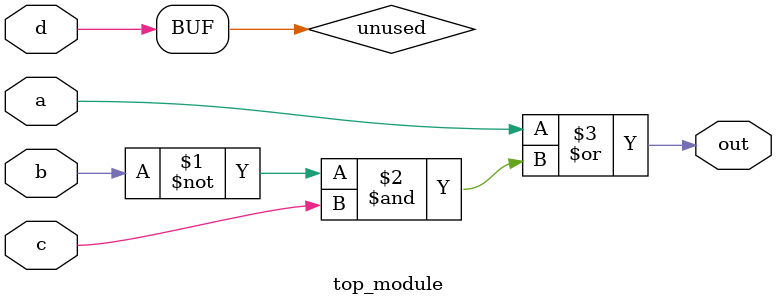
<source format=v>

`default_nettype none

module top_module (
    input   a,
    input   b,
    input   c,
    input   d,
    output  out
); 

    assign out = ( a               ) |
                 (     ~b &  c     );

    /* verilator lint_off UNUSED */
    wire    [0:0]   unused;
    assign unused = {d};
    /* verilator lint_on UNUSED */

endmodule
</source>
